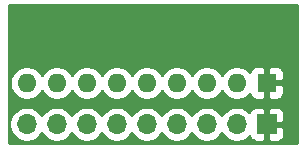
<source format=gbr>
%TF.GenerationSoftware,KiCad,Pcbnew,(5.1.9)-1*%
%TF.CreationDate,2021-02-03T23:05:28-05:00*%
%TF.ProjectId,NerdConsole_BreadBoard_Monitor8,4e657264-436f-46e7-936f-6c655f427265,rev?*%
%TF.SameCoordinates,Original*%
%TF.FileFunction,Copper,L2,Bot*%
%TF.FilePolarity,Positive*%
%FSLAX46Y46*%
G04 Gerber Fmt 4.6, Leading zero omitted, Abs format (unit mm)*
G04 Created by KiCad (PCBNEW (5.1.9)-1) date 2021-02-03 23:05:28*
%MOMM*%
%LPD*%
G01*
G04 APERTURE LIST*
%TA.AperFunction,ComponentPad*%
%ADD10R,1.700000X1.700000*%
%TD*%
%TA.AperFunction,ComponentPad*%
%ADD11O,1.700000X1.700000*%
%TD*%
%TA.AperFunction,ComponentPad*%
%ADD12R,1.600000X1.600000*%
%TD*%
%TA.AperFunction,ComponentPad*%
%ADD13O,1.600000X1.600000*%
%TD*%
%TA.AperFunction,Conductor*%
%ADD14C,0.254000*%
%TD*%
%TA.AperFunction,Conductor*%
%ADD15C,0.100000*%
%TD*%
G04 APERTURE END LIST*
D10*
%TO.P,J1,1*%
%TO.N,GND*%
X161000000Y-90500000D03*
D11*
%TO.P,J1,2*%
%TO.N,D0*%
X158460000Y-90500000D03*
%TO.P,J1,3*%
%TO.N,D1*%
X155920000Y-90500000D03*
%TO.P,J1,4*%
%TO.N,D2*%
X153380000Y-90500000D03*
%TO.P,J1,5*%
%TO.N,D3*%
X150840000Y-90500000D03*
%TO.P,J1,6*%
%TO.N,D4*%
X148300000Y-90500000D03*
%TO.P,J1,7*%
%TO.N,D5*%
X145760000Y-90500000D03*
%TO.P,J1,8*%
%TO.N,D6*%
X143220000Y-90500000D03*
%TO.P,J1,9*%
%TO.N,D7*%
X140680000Y-90500000D03*
%TD*%
D12*
%TO.P,RN1,1*%
%TO.N,GND*%
X161000000Y-87000000D03*
D13*
%TO.P,RN1,2*%
%TO.N,LED0*%
X158460000Y-87000000D03*
%TO.P,RN1,3*%
%TO.N,LED1*%
X155920000Y-87000000D03*
%TO.P,RN1,4*%
%TO.N,LED2*%
X153380000Y-87000000D03*
%TO.P,RN1,5*%
%TO.N,LED3*%
X150840000Y-87000000D03*
%TO.P,RN1,6*%
%TO.N,LED4*%
X148300000Y-87000000D03*
%TO.P,RN1,7*%
%TO.N,LED5*%
X145760000Y-87000000D03*
%TO.P,RN1,8*%
%TO.N,LED6*%
X143220000Y-87000000D03*
%TO.P,RN1,9*%
%TO.N,LED7*%
X140680000Y-87000000D03*
%TD*%
D14*
%TO.N,GND*%
X163590000Y-92090000D02*
X139160000Y-92090000D01*
X139160000Y-90353740D01*
X139195000Y-90353740D01*
X139195000Y-90646260D01*
X139252068Y-90933158D01*
X139364010Y-91203411D01*
X139526525Y-91446632D01*
X139733368Y-91653475D01*
X139976589Y-91815990D01*
X140246842Y-91927932D01*
X140533740Y-91985000D01*
X140826260Y-91985000D01*
X141113158Y-91927932D01*
X141383411Y-91815990D01*
X141626632Y-91653475D01*
X141833475Y-91446632D01*
X141950000Y-91272240D01*
X142066525Y-91446632D01*
X142273368Y-91653475D01*
X142516589Y-91815990D01*
X142786842Y-91927932D01*
X143073740Y-91985000D01*
X143366260Y-91985000D01*
X143653158Y-91927932D01*
X143923411Y-91815990D01*
X144166632Y-91653475D01*
X144373475Y-91446632D01*
X144490000Y-91272240D01*
X144606525Y-91446632D01*
X144813368Y-91653475D01*
X145056589Y-91815990D01*
X145326842Y-91927932D01*
X145613740Y-91985000D01*
X145906260Y-91985000D01*
X146193158Y-91927932D01*
X146463411Y-91815990D01*
X146706632Y-91653475D01*
X146913475Y-91446632D01*
X147030000Y-91272240D01*
X147146525Y-91446632D01*
X147353368Y-91653475D01*
X147596589Y-91815990D01*
X147866842Y-91927932D01*
X148153740Y-91985000D01*
X148446260Y-91985000D01*
X148733158Y-91927932D01*
X149003411Y-91815990D01*
X149246632Y-91653475D01*
X149453475Y-91446632D01*
X149570000Y-91272240D01*
X149686525Y-91446632D01*
X149893368Y-91653475D01*
X150136589Y-91815990D01*
X150406842Y-91927932D01*
X150693740Y-91985000D01*
X150986260Y-91985000D01*
X151273158Y-91927932D01*
X151543411Y-91815990D01*
X151786632Y-91653475D01*
X151993475Y-91446632D01*
X152110000Y-91272240D01*
X152226525Y-91446632D01*
X152433368Y-91653475D01*
X152676589Y-91815990D01*
X152946842Y-91927932D01*
X153233740Y-91985000D01*
X153526260Y-91985000D01*
X153813158Y-91927932D01*
X154083411Y-91815990D01*
X154326632Y-91653475D01*
X154533475Y-91446632D01*
X154650000Y-91272240D01*
X154766525Y-91446632D01*
X154973368Y-91653475D01*
X155216589Y-91815990D01*
X155486842Y-91927932D01*
X155773740Y-91985000D01*
X156066260Y-91985000D01*
X156353158Y-91927932D01*
X156623411Y-91815990D01*
X156866632Y-91653475D01*
X157073475Y-91446632D01*
X157190000Y-91272240D01*
X157306525Y-91446632D01*
X157513368Y-91653475D01*
X157756589Y-91815990D01*
X158026842Y-91927932D01*
X158313740Y-91985000D01*
X158606260Y-91985000D01*
X158893158Y-91927932D01*
X159163411Y-91815990D01*
X159406632Y-91653475D01*
X159538487Y-91521620D01*
X159560498Y-91594180D01*
X159619463Y-91704494D01*
X159698815Y-91801185D01*
X159795506Y-91880537D01*
X159905820Y-91939502D01*
X160025518Y-91975812D01*
X160150000Y-91988072D01*
X160714250Y-91985000D01*
X160873000Y-91826250D01*
X160873000Y-90627000D01*
X161127000Y-90627000D01*
X161127000Y-91826250D01*
X161285750Y-91985000D01*
X161850000Y-91988072D01*
X161974482Y-91975812D01*
X162094180Y-91939502D01*
X162204494Y-91880537D01*
X162301185Y-91801185D01*
X162380537Y-91704494D01*
X162439502Y-91594180D01*
X162475812Y-91474482D01*
X162488072Y-91350000D01*
X162485000Y-90785750D01*
X162326250Y-90627000D01*
X161127000Y-90627000D01*
X160873000Y-90627000D01*
X160853000Y-90627000D01*
X160853000Y-90373000D01*
X160873000Y-90373000D01*
X160873000Y-89173750D01*
X161127000Y-89173750D01*
X161127000Y-90373000D01*
X162326250Y-90373000D01*
X162485000Y-90214250D01*
X162488072Y-89650000D01*
X162475812Y-89525518D01*
X162439502Y-89405820D01*
X162380537Y-89295506D01*
X162301185Y-89198815D01*
X162204494Y-89119463D01*
X162094180Y-89060498D01*
X161974482Y-89024188D01*
X161850000Y-89011928D01*
X161285750Y-89015000D01*
X161127000Y-89173750D01*
X160873000Y-89173750D01*
X160714250Y-89015000D01*
X160150000Y-89011928D01*
X160025518Y-89024188D01*
X159905820Y-89060498D01*
X159795506Y-89119463D01*
X159698815Y-89198815D01*
X159619463Y-89295506D01*
X159560498Y-89405820D01*
X159538487Y-89478380D01*
X159406632Y-89346525D01*
X159163411Y-89184010D01*
X158893158Y-89072068D01*
X158606260Y-89015000D01*
X158313740Y-89015000D01*
X158026842Y-89072068D01*
X157756589Y-89184010D01*
X157513368Y-89346525D01*
X157306525Y-89553368D01*
X157190000Y-89727760D01*
X157073475Y-89553368D01*
X156866632Y-89346525D01*
X156623411Y-89184010D01*
X156353158Y-89072068D01*
X156066260Y-89015000D01*
X155773740Y-89015000D01*
X155486842Y-89072068D01*
X155216589Y-89184010D01*
X154973368Y-89346525D01*
X154766525Y-89553368D01*
X154650000Y-89727760D01*
X154533475Y-89553368D01*
X154326632Y-89346525D01*
X154083411Y-89184010D01*
X153813158Y-89072068D01*
X153526260Y-89015000D01*
X153233740Y-89015000D01*
X152946842Y-89072068D01*
X152676589Y-89184010D01*
X152433368Y-89346525D01*
X152226525Y-89553368D01*
X152110000Y-89727760D01*
X151993475Y-89553368D01*
X151786632Y-89346525D01*
X151543411Y-89184010D01*
X151273158Y-89072068D01*
X150986260Y-89015000D01*
X150693740Y-89015000D01*
X150406842Y-89072068D01*
X150136589Y-89184010D01*
X149893368Y-89346525D01*
X149686525Y-89553368D01*
X149570000Y-89727760D01*
X149453475Y-89553368D01*
X149246632Y-89346525D01*
X149003411Y-89184010D01*
X148733158Y-89072068D01*
X148446260Y-89015000D01*
X148153740Y-89015000D01*
X147866842Y-89072068D01*
X147596589Y-89184010D01*
X147353368Y-89346525D01*
X147146525Y-89553368D01*
X147030000Y-89727760D01*
X146913475Y-89553368D01*
X146706632Y-89346525D01*
X146463411Y-89184010D01*
X146193158Y-89072068D01*
X145906260Y-89015000D01*
X145613740Y-89015000D01*
X145326842Y-89072068D01*
X145056589Y-89184010D01*
X144813368Y-89346525D01*
X144606525Y-89553368D01*
X144490000Y-89727760D01*
X144373475Y-89553368D01*
X144166632Y-89346525D01*
X143923411Y-89184010D01*
X143653158Y-89072068D01*
X143366260Y-89015000D01*
X143073740Y-89015000D01*
X142786842Y-89072068D01*
X142516589Y-89184010D01*
X142273368Y-89346525D01*
X142066525Y-89553368D01*
X141950000Y-89727760D01*
X141833475Y-89553368D01*
X141626632Y-89346525D01*
X141383411Y-89184010D01*
X141113158Y-89072068D01*
X140826260Y-89015000D01*
X140533740Y-89015000D01*
X140246842Y-89072068D01*
X139976589Y-89184010D01*
X139733368Y-89346525D01*
X139526525Y-89553368D01*
X139364010Y-89796589D01*
X139252068Y-90066842D01*
X139195000Y-90353740D01*
X139160000Y-90353740D01*
X139160000Y-86858665D01*
X139245000Y-86858665D01*
X139245000Y-87141335D01*
X139300147Y-87418574D01*
X139408320Y-87679727D01*
X139565363Y-87914759D01*
X139765241Y-88114637D01*
X140000273Y-88271680D01*
X140261426Y-88379853D01*
X140538665Y-88435000D01*
X140821335Y-88435000D01*
X141098574Y-88379853D01*
X141359727Y-88271680D01*
X141594759Y-88114637D01*
X141794637Y-87914759D01*
X141950000Y-87682241D01*
X142105363Y-87914759D01*
X142305241Y-88114637D01*
X142540273Y-88271680D01*
X142801426Y-88379853D01*
X143078665Y-88435000D01*
X143361335Y-88435000D01*
X143638574Y-88379853D01*
X143899727Y-88271680D01*
X144134759Y-88114637D01*
X144334637Y-87914759D01*
X144490000Y-87682241D01*
X144645363Y-87914759D01*
X144845241Y-88114637D01*
X145080273Y-88271680D01*
X145341426Y-88379853D01*
X145618665Y-88435000D01*
X145901335Y-88435000D01*
X146178574Y-88379853D01*
X146439727Y-88271680D01*
X146674759Y-88114637D01*
X146874637Y-87914759D01*
X147030000Y-87682241D01*
X147185363Y-87914759D01*
X147385241Y-88114637D01*
X147620273Y-88271680D01*
X147881426Y-88379853D01*
X148158665Y-88435000D01*
X148441335Y-88435000D01*
X148718574Y-88379853D01*
X148979727Y-88271680D01*
X149214759Y-88114637D01*
X149414637Y-87914759D01*
X149570000Y-87682241D01*
X149725363Y-87914759D01*
X149925241Y-88114637D01*
X150160273Y-88271680D01*
X150421426Y-88379853D01*
X150698665Y-88435000D01*
X150981335Y-88435000D01*
X151258574Y-88379853D01*
X151519727Y-88271680D01*
X151754759Y-88114637D01*
X151954637Y-87914759D01*
X152110000Y-87682241D01*
X152265363Y-87914759D01*
X152465241Y-88114637D01*
X152700273Y-88271680D01*
X152961426Y-88379853D01*
X153238665Y-88435000D01*
X153521335Y-88435000D01*
X153798574Y-88379853D01*
X154059727Y-88271680D01*
X154294759Y-88114637D01*
X154494637Y-87914759D01*
X154650000Y-87682241D01*
X154805363Y-87914759D01*
X155005241Y-88114637D01*
X155240273Y-88271680D01*
X155501426Y-88379853D01*
X155778665Y-88435000D01*
X156061335Y-88435000D01*
X156338574Y-88379853D01*
X156599727Y-88271680D01*
X156834759Y-88114637D01*
X157034637Y-87914759D01*
X157190000Y-87682241D01*
X157345363Y-87914759D01*
X157545241Y-88114637D01*
X157780273Y-88271680D01*
X158041426Y-88379853D01*
X158318665Y-88435000D01*
X158601335Y-88435000D01*
X158878574Y-88379853D01*
X159139727Y-88271680D01*
X159374759Y-88114637D01*
X159573357Y-87916039D01*
X159574188Y-87924482D01*
X159610498Y-88044180D01*
X159669463Y-88154494D01*
X159748815Y-88251185D01*
X159845506Y-88330537D01*
X159955820Y-88389502D01*
X160075518Y-88425812D01*
X160200000Y-88438072D01*
X160714250Y-88435000D01*
X160873000Y-88276250D01*
X160873000Y-87127000D01*
X161127000Y-87127000D01*
X161127000Y-88276250D01*
X161285750Y-88435000D01*
X161800000Y-88438072D01*
X161924482Y-88425812D01*
X162044180Y-88389502D01*
X162154494Y-88330537D01*
X162251185Y-88251185D01*
X162330537Y-88154494D01*
X162389502Y-88044180D01*
X162425812Y-87924482D01*
X162438072Y-87800000D01*
X162435000Y-87285750D01*
X162276250Y-87127000D01*
X161127000Y-87127000D01*
X160873000Y-87127000D01*
X160853000Y-87127000D01*
X160853000Y-86873000D01*
X160873000Y-86873000D01*
X160873000Y-85723750D01*
X161127000Y-85723750D01*
X161127000Y-86873000D01*
X162276250Y-86873000D01*
X162435000Y-86714250D01*
X162438072Y-86200000D01*
X162425812Y-86075518D01*
X162389502Y-85955820D01*
X162330537Y-85845506D01*
X162251185Y-85748815D01*
X162154494Y-85669463D01*
X162044180Y-85610498D01*
X161924482Y-85574188D01*
X161800000Y-85561928D01*
X161285750Y-85565000D01*
X161127000Y-85723750D01*
X160873000Y-85723750D01*
X160714250Y-85565000D01*
X160200000Y-85561928D01*
X160075518Y-85574188D01*
X159955820Y-85610498D01*
X159845506Y-85669463D01*
X159748815Y-85748815D01*
X159669463Y-85845506D01*
X159610498Y-85955820D01*
X159574188Y-86075518D01*
X159573357Y-86083961D01*
X159374759Y-85885363D01*
X159139727Y-85728320D01*
X158878574Y-85620147D01*
X158601335Y-85565000D01*
X158318665Y-85565000D01*
X158041426Y-85620147D01*
X157780273Y-85728320D01*
X157545241Y-85885363D01*
X157345363Y-86085241D01*
X157190000Y-86317759D01*
X157034637Y-86085241D01*
X156834759Y-85885363D01*
X156599727Y-85728320D01*
X156338574Y-85620147D01*
X156061335Y-85565000D01*
X155778665Y-85565000D01*
X155501426Y-85620147D01*
X155240273Y-85728320D01*
X155005241Y-85885363D01*
X154805363Y-86085241D01*
X154650000Y-86317759D01*
X154494637Y-86085241D01*
X154294759Y-85885363D01*
X154059727Y-85728320D01*
X153798574Y-85620147D01*
X153521335Y-85565000D01*
X153238665Y-85565000D01*
X152961426Y-85620147D01*
X152700273Y-85728320D01*
X152465241Y-85885363D01*
X152265363Y-86085241D01*
X152110000Y-86317759D01*
X151954637Y-86085241D01*
X151754759Y-85885363D01*
X151519727Y-85728320D01*
X151258574Y-85620147D01*
X150981335Y-85565000D01*
X150698665Y-85565000D01*
X150421426Y-85620147D01*
X150160273Y-85728320D01*
X149925241Y-85885363D01*
X149725363Y-86085241D01*
X149570000Y-86317759D01*
X149414637Y-86085241D01*
X149214759Y-85885363D01*
X148979727Y-85728320D01*
X148718574Y-85620147D01*
X148441335Y-85565000D01*
X148158665Y-85565000D01*
X147881426Y-85620147D01*
X147620273Y-85728320D01*
X147385241Y-85885363D01*
X147185363Y-86085241D01*
X147030000Y-86317759D01*
X146874637Y-86085241D01*
X146674759Y-85885363D01*
X146439727Y-85728320D01*
X146178574Y-85620147D01*
X145901335Y-85565000D01*
X145618665Y-85565000D01*
X145341426Y-85620147D01*
X145080273Y-85728320D01*
X144845241Y-85885363D01*
X144645363Y-86085241D01*
X144490000Y-86317759D01*
X144334637Y-86085241D01*
X144134759Y-85885363D01*
X143899727Y-85728320D01*
X143638574Y-85620147D01*
X143361335Y-85565000D01*
X143078665Y-85565000D01*
X142801426Y-85620147D01*
X142540273Y-85728320D01*
X142305241Y-85885363D01*
X142105363Y-86085241D01*
X141950000Y-86317759D01*
X141794637Y-86085241D01*
X141594759Y-85885363D01*
X141359727Y-85728320D01*
X141098574Y-85620147D01*
X140821335Y-85565000D01*
X140538665Y-85565000D01*
X140261426Y-85620147D01*
X140000273Y-85728320D01*
X139765241Y-85885363D01*
X139565363Y-86085241D01*
X139408320Y-86320273D01*
X139300147Y-86581426D01*
X139245000Y-86858665D01*
X139160000Y-86858665D01*
X139160000Y-80410000D01*
X163590001Y-80410000D01*
X163590000Y-92090000D01*
%TA.AperFunction,Conductor*%
D15*
G36*
X163590000Y-92090000D02*
G01*
X139160000Y-92090000D01*
X139160000Y-90353740D01*
X139195000Y-90353740D01*
X139195000Y-90646260D01*
X139252068Y-90933158D01*
X139364010Y-91203411D01*
X139526525Y-91446632D01*
X139733368Y-91653475D01*
X139976589Y-91815990D01*
X140246842Y-91927932D01*
X140533740Y-91985000D01*
X140826260Y-91985000D01*
X141113158Y-91927932D01*
X141383411Y-91815990D01*
X141626632Y-91653475D01*
X141833475Y-91446632D01*
X141950000Y-91272240D01*
X142066525Y-91446632D01*
X142273368Y-91653475D01*
X142516589Y-91815990D01*
X142786842Y-91927932D01*
X143073740Y-91985000D01*
X143366260Y-91985000D01*
X143653158Y-91927932D01*
X143923411Y-91815990D01*
X144166632Y-91653475D01*
X144373475Y-91446632D01*
X144490000Y-91272240D01*
X144606525Y-91446632D01*
X144813368Y-91653475D01*
X145056589Y-91815990D01*
X145326842Y-91927932D01*
X145613740Y-91985000D01*
X145906260Y-91985000D01*
X146193158Y-91927932D01*
X146463411Y-91815990D01*
X146706632Y-91653475D01*
X146913475Y-91446632D01*
X147030000Y-91272240D01*
X147146525Y-91446632D01*
X147353368Y-91653475D01*
X147596589Y-91815990D01*
X147866842Y-91927932D01*
X148153740Y-91985000D01*
X148446260Y-91985000D01*
X148733158Y-91927932D01*
X149003411Y-91815990D01*
X149246632Y-91653475D01*
X149453475Y-91446632D01*
X149570000Y-91272240D01*
X149686525Y-91446632D01*
X149893368Y-91653475D01*
X150136589Y-91815990D01*
X150406842Y-91927932D01*
X150693740Y-91985000D01*
X150986260Y-91985000D01*
X151273158Y-91927932D01*
X151543411Y-91815990D01*
X151786632Y-91653475D01*
X151993475Y-91446632D01*
X152110000Y-91272240D01*
X152226525Y-91446632D01*
X152433368Y-91653475D01*
X152676589Y-91815990D01*
X152946842Y-91927932D01*
X153233740Y-91985000D01*
X153526260Y-91985000D01*
X153813158Y-91927932D01*
X154083411Y-91815990D01*
X154326632Y-91653475D01*
X154533475Y-91446632D01*
X154650000Y-91272240D01*
X154766525Y-91446632D01*
X154973368Y-91653475D01*
X155216589Y-91815990D01*
X155486842Y-91927932D01*
X155773740Y-91985000D01*
X156066260Y-91985000D01*
X156353158Y-91927932D01*
X156623411Y-91815990D01*
X156866632Y-91653475D01*
X157073475Y-91446632D01*
X157190000Y-91272240D01*
X157306525Y-91446632D01*
X157513368Y-91653475D01*
X157756589Y-91815990D01*
X158026842Y-91927932D01*
X158313740Y-91985000D01*
X158606260Y-91985000D01*
X158893158Y-91927932D01*
X159163411Y-91815990D01*
X159406632Y-91653475D01*
X159538487Y-91521620D01*
X159560498Y-91594180D01*
X159619463Y-91704494D01*
X159698815Y-91801185D01*
X159795506Y-91880537D01*
X159905820Y-91939502D01*
X160025518Y-91975812D01*
X160150000Y-91988072D01*
X160714250Y-91985000D01*
X160873000Y-91826250D01*
X160873000Y-90627000D01*
X161127000Y-90627000D01*
X161127000Y-91826250D01*
X161285750Y-91985000D01*
X161850000Y-91988072D01*
X161974482Y-91975812D01*
X162094180Y-91939502D01*
X162204494Y-91880537D01*
X162301185Y-91801185D01*
X162380537Y-91704494D01*
X162439502Y-91594180D01*
X162475812Y-91474482D01*
X162488072Y-91350000D01*
X162485000Y-90785750D01*
X162326250Y-90627000D01*
X161127000Y-90627000D01*
X160873000Y-90627000D01*
X160853000Y-90627000D01*
X160853000Y-90373000D01*
X160873000Y-90373000D01*
X160873000Y-89173750D01*
X161127000Y-89173750D01*
X161127000Y-90373000D01*
X162326250Y-90373000D01*
X162485000Y-90214250D01*
X162488072Y-89650000D01*
X162475812Y-89525518D01*
X162439502Y-89405820D01*
X162380537Y-89295506D01*
X162301185Y-89198815D01*
X162204494Y-89119463D01*
X162094180Y-89060498D01*
X161974482Y-89024188D01*
X161850000Y-89011928D01*
X161285750Y-89015000D01*
X161127000Y-89173750D01*
X160873000Y-89173750D01*
X160714250Y-89015000D01*
X160150000Y-89011928D01*
X160025518Y-89024188D01*
X159905820Y-89060498D01*
X159795506Y-89119463D01*
X159698815Y-89198815D01*
X159619463Y-89295506D01*
X159560498Y-89405820D01*
X159538487Y-89478380D01*
X159406632Y-89346525D01*
X159163411Y-89184010D01*
X158893158Y-89072068D01*
X158606260Y-89015000D01*
X158313740Y-89015000D01*
X158026842Y-89072068D01*
X157756589Y-89184010D01*
X157513368Y-89346525D01*
X157306525Y-89553368D01*
X157190000Y-89727760D01*
X157073475Y-89553368D01*
X156866632Y-89346525D01*
X156623411Y-89184010D01*
X156353158Y-89072068D01*
X156066260Y-89015000D01*
X155773740Y-89015000D01*
X155486842Y-89072068D01*
X155216589Y-89184010D01*
X154973368Y-89346525D01*
X154766525Y-89553368D01*
X154650000Y-89727760D01*
X154533475Y-89553368D01*
X154326632Y-89346525D01*
X154083411Y-89184010D01*
X153813158Y-89072068D01*
X153526260Y-89015000D01*
X153233740Y-89015000D01*
X152946842Y-89072068D01*
X152676589Y-89184010D01*
X152433368Y-89346525D01*
X152226525Y-89553368D01*
X152110000Y-89727760D01*
X151993475Y-89553368D01*
X151786632Y-89346525D01*
X151543411Y-89184010D01*
X151273158Y-89072068D01*
X150986260Y-89015000D01*
X150693740Y-89015000D01*
X150406842Y-89072068D01*
X150136589Y-89184010D01*
X149893368Y-89346525D01*
X149686525Y-89553368D01*
X149570000Y-89727760D01*
X149453475Y-89553368D01*
X149246632Y-89346525D01*
X149003411Y-89184010D01*
X148733158Y-89072068D01*
X148446260Y-89015000D01*
X148153740Y-89015000D01*
X147866842Y-89072068D01*
X147596589Y-89184010D01*
X147353368Y-89346525D01*
X147146525Y-89553368D01*
X147030000Y-89727760D01*
X146913475Y-89553368D01*
X146706632Y-89346525D01*
X146463411Y-89184010D01*
X146193158Y-89072068D01*
X145906260Y-89015000D01*
X145613740Y-89015000D01*
X145326842Y-89072068D01*
X145056589Y-89184010D01*
X144813368Y-89346525D01*
X144606525Y-89553368D01*
X144490000Y-89727760D01*
X144373475Y-89553368D01*
X144166632Y-89346525D01*
X143923411Y-89184010D01*
X143653158Y-89072068D01*
X143366260Y-89015000D01*
X143073740Y-89015000D01*
X142786842Y-89072068D01*
X142516589Y-89184010D01*
X142273368Y-89346525D01*
X142066525Y-89553368D01*
X141950000Y-89727760D01*
X141833475Y-89553368D01*
X141626632Y-89346525D01*
X141383411Y-89184010D01*
X141113158Y-89072068D01*
X140826260Y-89015000D01*
X140533740Y-89015000D01*
X140246842Y-89072068D01*
X139976589Y-89184010D01*
X139733368Y-89346525D01*
X139526525Y-89553368D01*
X139364010Y-89796589D01*
X139252068Y-90066842D01*
X139195000Y-90353740D01*
X139160000Y-90353740D01*
X139160000Y-86858665D01*
X139245000Y-86858665D01*
X139245000Y-87141335D01*
X139300147Y-87418574D01*
X139408320Y-87679727D01*
X139565363Y-87914759D01*
X139765241Y-88114637D01*
X140000273Y-88271680D01*
X140261426Y-88379853D01*
X140538665Y-88435000D01*
X140821335Y-88435000D01*
X141098574Y-88379853D01*
X141359727Y-88271680D01*
X141594759Y-88114637D01*
X141794637Y-87914759D01*
X141950000Y-87682241D01*
X142105363Y-87914759D01*
X142305241Y-88114637D01*
X142540273Y-88271680D01*
X142801426Y-88379853D01*
X143078665Y-88435000D01*
X143361335Y-88435000D01*
X143638574Y-88379853D01*
X143899727Y-88271680D01*
X144134759Y-88114637D01*
X144334637Y-87914759D01*
X144490000Y-87682241D01*
X144645363Y-87914759D01*
X144845241Y-88114637D01*
X145080273Y-88271680D01*
X145341426Y-88379853D01*
X145618665Y-88435000D01*
X145901335Y-88435000D01*
X146178574Y-88379853D01*
X146439727Y-88271680D01*
X146674759Y-88114637D01*
X146874637Y-87914759D01*
X147030000Y-87682241D01*
X147185363Y-87914759D01*
X147385241Y-88114637D01*
X147620273Y-88271680D01*
X147881426Y-88379853D01*
X148158665Y-88435000D01*
X148441335Y-88435000D01*
X148718574Y-88379853D01*
X148979727Y-88271680D01*
X149214759Y-88114637D01*
X149414637Y-87914759D01*
X149570000Y-87682241D01*
X149725363Y-87914759D01*
X149925241Y-88114637D01*
X150160273Y-88271680D01*
X150421426Y-88379853D01*
X150698665Y-88435000D01*
X150981335Y-88435000D01*
X151258574Y-88379853D01*
X151519727Y-88271680D01*
X151754759Y-88114637D01*
X151954637Y-87914759D01*
X152110000Y-87682241D01*
X152265363Y-87914759D01*
X152465241Y-88114637D01*
X152700273Y-88271680D01*
X152961426Y-88379853D01*
X153238665Y-88435000D01*
X153521335Y-88435000D01*
X153798574Y-88379853D01*
X154059727Y-88271680D01*
X154294759Y-88114637D01*
X154494637Y-87914759D01*
X154650000Y-87682241D01*
X154805363Y-87914759D01*
X155005241Y-88114637D01*
X155240273Y-88271680D01*
X155501426Y-88379853D01*
X155778665Y-88435000D01*
X156061335Y-88435000D01*
X156338574Y-88379853D01*
X156599727Y-88271680D01*
X156834759Y-88114637D01*
X157034637Y-87914759D01*
X157190000Y-87682241D01*
X157345363Y-87914759D01*
X157545241Y-88114637D01*
X157780273Y-88271680D01*
X158041426Y-88379853D01*
X158318665Y-88435000D01*
X158601335Y-88435000D01*
X158878574Y-88379853D01*
X159139727Y-88271680D01*
X159374759Y-88114637D01*
X159573357Y-87916039D01*
X159574188Y-87924482D01*
X159610498Y-88044180D01*
X159669463Y-88154494D01*
X159748815Y-88251185D01*
X159845506Y-88330537D01*
X159955820Y-88389502D01*
X160075518Y-88425812D01*
X160200000Y-88438072D01*
X160714250Y-88435000D01*
X160873000Y-88276250D01*
X160873000Y-87127000D01*
X161127000Y-87127000D01*
X161127000Y-88276250D01*
X161285750Y-88435000D01*
X161800000Y-88438072D01*
X161924482Y-88425812D01*
X162044180Y-88389502D01*
X162154494Y-88330537D01*
X162251185Y-88251185D01*
X162330537Y-88154494D01*
X162389502Y-88044180D01*
X162425812Y-87924482D01*
X162438072Y-87800000D01*
X162435000Y-87285750D01*
X162276250Y-87127000D01*
X161127000Y-87127000D01*
X160873000Y-87127000D01*
X160853000Y-87127000D01*
X160853000Y-86873000D01*
X160873000Y-86873000D01*
X160873000Y-85723750D01*
X161127000Y-85723750D01*
X161127000Y-86873000D01*
X162276250Y-86873000D01*
X162435000Y-86714250D01*
X162438072Y-86200000D01*
X162425812Y-86075518D01*
X162389502Y-85955820D01*
X162330537Y-85845506D01*
X162251185Y-85748815D01*
X162154494Y-85669463D01*
X162044180Y-85610498D01*
X161924482Y-85574188D01*
X161800000Y-85561928D01*
X161285750Y-85565000D01*
X161127000Y-85723750D01*
X160873000Y-85723750D01*
X160714250Y-85565000D01*
X160200000Y-85561928D01*
X160075518Y-85574188D01*
X159955820Y-85610498D01*
X159845506Y-85669463D01*
X159748815Y-85748815D01*
X159669463Y-85845506D01*
X159610498Y-85955820D01*
X159574188Y-86075518D01*
X159573357Y-86083961D01*
X159374759Y-85885363D01*
X159139727Y-85728320D01*
X158878574Y-85620147D01*
X158601335Y-85565000D01*
X158318665Y-85565000D01*
X158041426Y-85620147D01*
X157780273Y-85728320D01*
X157545241Y-85885363D01*
X157345363Y-86085241D01*
X157190000Y-86317759D01*
X157034637Y-86085241D01*
X156834759Y-85885363D01*
X156599727Y-85728320D01*
X156338574Y-85620147D01*
X156061335Y-85565000D01*
X155778665Y-85565000D01*
X155501426Y-85620147D01*
X155240273Y-85728320D01*
X155005241Y-85885363D01*
X154805363Y-86085241D01*
X154650000Y-86317759D01*
X154494637Y-86085241D01*
X154294759Y-85885363D01*
X154059727Y-85728320D01*
X153798574Y-85620147D01*
X153521335Y-85565000D01*
X153238665Y-85565000D01*
X152961426Y-85620147D01*
X152700273Y-85728320D01*
X152465241Y-85885363D01*
X152265363Y-86085241D01*
X152110000Y-86317759D01*
X151954637Y-86085241D01*
X151754759Y-85885363D01*
X151519727Y-85728320D01*
X151258574Y-85620147D01*
X150981335Y-85565000D01*
X150698665Y-85565000D01*
X150421426Y-85620147D01*
X150160273Y-85728320D01*
X149925241Y-85885363D01*
X149725363Y-86085241D01*
X149570000Y-86317759D01*
X149414637Y-86085241D01*
X149214759Y-85885363D01*
X148979727Y-85728320D01*
X148718574Y-85620147D01*
X148441335Y-85565000D01*
X148158665Y-85565000D01*
X147881426Y-85620147D01*
X147620273Y-85728320D01*
X147385241Y-85885363D01*
X147185363Y-86085241D01*
X147030000Y-86317759D01*
X146874637Y-86085241D01*
X146674759Y-85885363D01*
X146439727Y-85728320D01*
X146178574Y-85620147D01*
X145901335Y-85565000D01*
X145618665Y-85565000D01*
X145341426Y-85620147D01*
X145080273Y-85728320D01*
X144845241Y-85885363D01*
X144645363Y-86085241D01*
X144490000Y-86317759D01*
X144334637Y-86085241D01*
X144134759Y-85885363D01*
X143899727Y-85728320D01*
X143638574Y-85620147D01*
X143361335Y-85565000D01*
X143078665Y-85565000D01*
X142801426Y-85620147D01*
X142540273Y-85728320D01*
X142305241Y-85885363D01*
X142105363Y-86085241D01*
X141950000Y-86317759D01*
X141794637Y-86085241D01*
X141594759Y-85885363D01*
X141359727Y-85728320D01*
X141098574Y-85620147D01*
X140821335Y-85565000D01*
X140538665Y-85565000D01*
X140261426Y-85620147D01*
X140000273Y-85728320D01*
X139765241Y-85885363D01*
X139565363Y-86085241D01*
X139408320Y-86320273D01*
X139300147Y-86581426D01*
X139245000Y-86858665D01*
X139160000Y-86858665D01*
X139160000Y-80410000D01*
X163590001Y-80410000D01*
X163590000Y-92090000D01*
G37*
%TD.AperFunction*%
%TD*%
M02*

</source>
